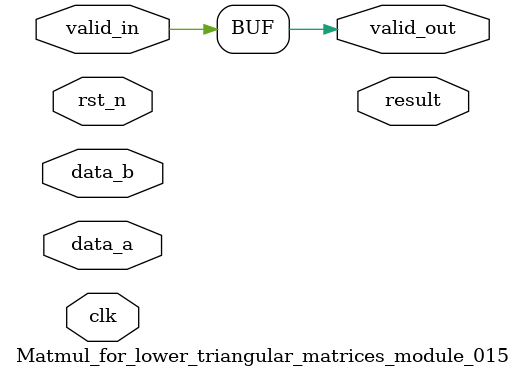
<source format=v>

module Matmul_for_lower_triangular_matrices_module_015 (
    input clk,
    input rst_n,
    input valid_in,
    output valid_out,
    // Add specific ports based on operator type
    input [31:0] data_a,
    input [31:0] data_b,
    output [31:0] result
);

    // Module implementation would go here
    // This is a template - actual implementation depends on the operator
    
        // Generic operator implementation
    assign output_data = input_data; // Placeholder
    assign valid_out = valid_in;

endmodule

</source>
